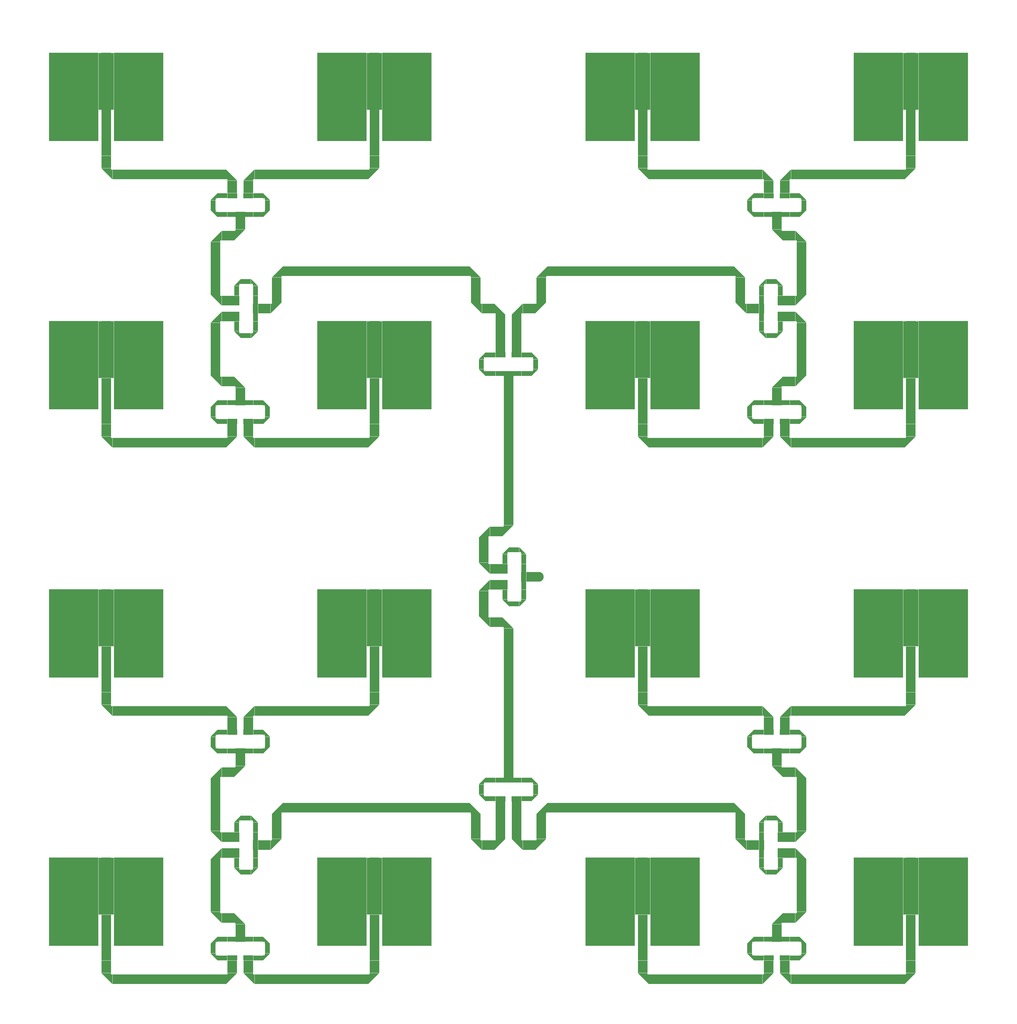
<source format=gbr>
G04 ===== Begin FILE IDENTIFICATION =====*
G04 File Format:  Gerber RS274X*
G04 ===== End FILE IDENTIFICATION =====*
%FSLAX36Y36*%
%MOMM*%
%SFA1.0000B1.0000*%
%OFA0.0B0.0*%
%ADD14R,3.100000X4.000000*%
%ADD15R,3.100000X14.650000*%
%ADD16R,15.800000X9.949000*%
%ADD17R,0.930000X18.231000*%
%ADD18R,3.156600X1.635000*%
%ADD19R,1.635000X3.156600*%
%ADD20R,4.000000X3.100000*%
%ADD21R,1.635000X2.550000*%
%ADD22R,36.352600X3.100000*%
%ADD23R,2.550000X1.635000*%
%ADD24R,3.100000X16.787900*%
%ADD25R,59.627900X3.100000*%
%ADD26C,3.100000*%
%ADD27C,1.500000*%
%ADD28R,3.100000X8.000000*%
%ADD29R,3.100000X12.000000*%
%ADD30R,3.100000X47.627900*%
%LNcond*%
%IPPOS*%
%LPD*%
G75*
D14*
X87210000Y269042800D03*
D15*
X127500000Y286305200D03*
D16*
X137880000Y288655700D03*
G36*
G01X91916600Y261050400D02*
G01Y259415400D01*
G01X94152000Y261650800D01*
G01X92517000D01*
G01Y261050400D01*
G01X91916600D01*
G37*
D16*
X309240200Y288655700D03*
D17*
X296845200Y302745700D03*
G36*
G01X260538900Y271461500D02*
G01Y274561500D01*
G01X257020200Y271042800D01*
G01X260120200D01*
G01Y271461500D01*
G01X260538900D01*
G37*
D18*
X261698500Y266225300D03*
D17*
X211165200Y302745700D03*
D15*
X213180200Y286305200D03*
D14*
Y276980200D03*
G36*
G01X251920200Y271042800D02*
G01X255020200D01*
G01X251501500Y274561500D01*
G01Y271461500D01*
G01X251920200D01*
G01Y271042800D01*
G37*
D19*
X264694700Y263229100D03*
X247345700D03*
G36*
G01X88760000Y265407800D02*
G01Y267042800D01*
G01X85660000D01*
G01Y265407800D01*
G01X88760000D01*
G37*
D18*
X250341900Y260232900D03*
D20*
X259988900Y253446700D03*
G36*
G01X261988900Y251896700D02*
G01Y254996700D01*
G01X265507600Y251478000D01*
G01X262407600D01*
G01Y251896700D01*
G01X261988900D01*
G37*
G36*
G01X89178700Y271461500D02*
G01Y274561500D01*
G01X85660000Y271042800D01*
G01X88760000D01*
G01Y271461500D01*
G01X89178700D01*
G37*
D18*
X254175200Y238845900D03*
D21*
X251179000Y232996400D03*
G36*
G01X248163200Y261650800D02*
G01X246528200D01*
G01X248763600Y259415400D01*
G01Y261050400D01*
G01X248163200D01*
G01Y261650800D01*
G37*
D17*
X215195200Y217065500D03*
D14*
X127500000Y276980200D03*
D16*
X202800200Y202975500D03*
D17*
X211165200Y217065500D03*
G36*
G01X211630200Y226181000D02*
G01Y207950000D01*
G01X214730200D01*
G01Y226181000D01*
G01X211630200D01*
G37*
G36*
G01X317140200Y311861200D02*
G01X301340200D01*
G01Y293630200D01*
G01X317140200D01*
G01Y311861200D01*
G37*
D22*
X233325200Y187331300D03*
D18*
X90338300Y266225300D03*
X250341900D03*
Y194117500D03*
G36*
G01X248763600Y199292400D02*
G01Y200927400D01*
G01X246528200Y198692000D01*
G01X248163200D01*
G01Y199292400D01*
G01X248763600D01*
G37*
G36*
G01X211630200Y311861200D02*
G01Y293630200D01*
G01X214730200D01*
G01Y311861200D01*
G01X211630200D01*
G37*
D18*
X250341900Y200109900D03*
G36*
G01X263877200Y264807400D02*
G01X265512200D01*
G01X263276800Y267042800D01*
G01Y265407800D01*
G01X263877200D01*
G01Y264807400D01*
G37*
D16*
X288480200Y202975500D03*
D14*
X253470200Y191300000D03*
G36*
G01X280580200Y207950000D02*
G01X296380200D01*
G01Y226181000D01*
G01X280580200D01*
G01Y207950000D01*
G37*
D17*
X296845200Y217065500D03*
D14*
X298860200Y276980200D03*
G36*
G01X297310200Y226181000D02*
G01Y207950000D01*
G01X300410200D01*
G01Y226181000D01*
G01X297310200D01*
G37*
D15*
X298860200Y200625000D03*
G36*
G01X296891500Y188881300D02*
G01Y185781300D01*
G01X300410200Y189300000D01*
G01X297310200D01*
G01Y188881300D01*
G01X296891500D01*
G37*
D22*
X278715200Y187331300D03*
G36*
G01X262407600Y234690100D02*
G01X265507600D01*
G01X261988900Y231171400D01*
G01Y234271400D01*
G01X262407600D01*
G01Y234690100D01*
G37*
G36*
G01X257020200Y194935000D02*
G01Y193300000D01*
G01X260120200D01*
G01Y194935000D01*
G01X257020200D01*
G37*
D18*
X261698500Y194117500D03*
Y200109900D03*
D23*
X258845200D03*
D17*
X125485000Y302745700D03*
D16*
X117120000Y288655700D03*
G36*
G01X214730200Y189300000D02*
G01X211630200D01*
G01X215148900Y185781300D01*
G01Y188881300D01*
G01X214730200D01*
G01Y189300000D01*
G37*
D23*
X87485000Y260232900D03*
G36*
G01X257570200Y204927400D02*
G01X254470200D01*
G01X257988900Y208446100D01*
G01Y205346100D01*
G01X257570200D01*
G01Y204927400D01*
G37*
D17*
X300875200Y217065500D03*
D16*
X309240200Y202975500D03*
G36*
G01X260120200Y265407800D02*
G01Y267042800D01*
G01X257020200D01*
G01Y265407800D01*
G01X260120200D01*
G37*
G36*
G01X125531300Y274561500D02*
G01Y271461500D01*
G01X129050000Y274980200D01*
G01X125950000D01*
G01Y274561500D01*
G01X125531300D01*
G37*
D18*
X90338300Y260232900D03*
D17*
X215195200Y302745700D03*
D20*
X259988900Y206896100D03*
G36*
G01X262407600Y208864800D02*
G01X265507600D01*
G01X261988900Y205346100D01*
G01Y208446100D01*
G01X262407600D01*
G01Y208864800D01*
G37*
D24*
X263957600Y217258750D03*
G36*
G01X263276800Y194935000D02*
G01Y193300000D01*
G01X265512200Y195535400D01*
G01X263877200D01*
G01Y194935000D01*
G01X263276800D01*
G37*
G36*
G01X256353900Y226071400D02*
G01X257988900D01*
G01Y229171400D01*
G01X256353900D01*
G01Y226071400D01*
G37*
G36*
G01X255753500Y222314400D02*
G01Y220679400D01*
G01X257988900Y222914800D01*
G01X256353900D01*
G01Y222314400D01*
G01X255753500D01*
G37*
D18*
X254175200Y221496900D03*
G36*
G01X251996500Y222914800D02*
G01X250361500D01*
G01X252596900Y220679400D01*
G01Y222314400D01*
G01X251996500D01*
G01Y222914800D01*
G37*
D21*
X251179000Y227346400D03*
D19*
Y235849700D03*
G36*
G01X251996500Y231721400D02*
G01X250361500D01*
G01Y228621400D01*
G01X251996500D01*
G01Y231721400D01*
G37*
D20*
X248361500Y230171400D03*
G36*
G01X257570200Y199292400D02*
G01Y200927400D01*
G01X254470200D01*
G01Y199292400D01*
G01X257570200D01*
G37*
G36*
G01X245942800Y232140100D02*
G01X242842800D01*
G01X246361500Y228621400D01*
G01Y231721400D01*
G01X245942800D01*
G01Y232140100D01*
G37*
D25*
X212610150Y242108800D03*
D20*
X176858800Y230171400D03*
G36*
G01X174858800Y228621400D02*
G01Y231721400D01*
G01X171340100Y228202700D01*
G01X174440100D01*
G01Y228621400D01*
G01X174858800D01*
G37*
G36*
G01X174440100Y214567700D02*
G01Y216202700D01*
G01X171340100D01*
G01Y214567700D01*
G01X174440100D01*
G37*
G36*
G01X177596700Y210210300D02*
G01Y208575300D01*
G01X179832100Y210810700D01*
G01X178197100D01*
G01Y210210300D01*
G01X177596700D01*
G37*
D18*
X176018400Y209392800D03*
G36*
G01X251920200Y194935000D02*
G01Y193300000D01*
G01X255020200D01*
G01Y194935000D01*
G01X251920200D01*
G37*
D23*
X173165100Y209392800D03*
D26*
X179998800Y144491300D03*
D27*
D03*
D20*
X177998800D03*
G36*
G01X145780000Y140501000D02*
G01X129980000D01*
G01Y122270000D01*
G01X145780000D01*
G01Y140501000D01*
G37*
D16*
X117120000Y117295500D03*
G36*
G01X125950000Y140501000D02*
G01Y122270000D01*
G01X129050000D01*
G01Y140501000D01*
G01X125950000D01*
G37*
G36*
G01X178197100Y213967300D02*
G01X179832100D01*
G01X177596700Y216202700D01*
G01Y214567700D01*
G01X178197100D01*
G01Y213967300D01*
G37*
G36*
G01X263276800Y261050400D02*
G01Y259415400D01*
G01X265512200Y261650800D01*
G01X263877200D01*
G01Y261050400D01*
G01X263276800D01*
G37*
D15*
X127500000Y114945000D03*
D22*
X107355000Y101651300D03*
D14*
X87210000Y97682600D03*
D18*
X90338300Y94865100D03*
D19*
X93334500Y91868900D03*
G36*
G01X91916600Y89690200D02*
G01Y88055200D01*
G01X94152000Y90290600D01*
G01X92517000D01*
G01Y89690200D01*
G01X91916600D01*
G37*
D18*
X90338300Y88872700D03*
D16*
X31440000Y117295500D03*
G36*
G01X23540000Y122270000D02*
G01X39340000D01*
G01Y140501000D01*
G01X23540000D01*
G01Y122270000D01*
G37*
D17*
X39805000Y131385500D03*
X300875200Y302745700D03*
D15*
X41820000Y114945000D03*
D14*
Y105620000D03*
G36*
G01X43370000Y103620000D02*
G01X40270000D01*
G01X43788700Y100101300D01*
G01Y103201300D01*
G01X43370000D01*
G01Y103620000D01*
G37*
D22*
X61965000Y101651300D03*
D14*
X82110000Y97682600D03*
G36*
G01X83660000Y94047600D02*
G01Y95682600D01*
G01X80560000D01*
G01Y94047600D01*
G01X83660000D01*
G37*
D18*
X78981700Y94865100D03*
G36*
G01X77403400Y94047600D02*
G01Y95682600D01*
G01X75168000Y93447200D01*
G01X76803000D01*
G01Y94047600D01*
G01X77403400D01*
G37*
D18*
X78981700Y88872700D03*
D23*
X81835000D03*
X87485000D03*
G36*
G01X125950000Y311861200D02*
G01Y293630200D01*
G01X129050000D01*
G01Y311861200D01*
G01X125950000D01*
G37*
D16*
X288480200Y288655700D03*
G36*
G01X60100000Y140501000D02*
G01X44300000D01*
G01Y122270000D01*
G01X60100000D01*
G01Y140501000D01*
G37*
D14*
X84660000Y86055200D03*
D24*
X76722600Y71723850D03*
G36*
G01X78272600Y63329900D02*
G01X75172600D01*
G01X78691300Y59811200D01*
G01Y62911200D01*
G01X78272600D01*
G01Y63329900D01*
G37*
D19*
X83508800Y64489500D03*
G36*
G01X84926700Y66668200D02*
G01Y68303200D01*
G01X82691300Y66067800D01*
G01X84326300D01*
G01Y66668200D01*
G01X84926700D01*
G37*
D18*
X86505000Y67485700D03*
D19*
X89501200Y64489500D03*
D22*
X107355000Y273011500D03*
D21*
X89501200Y61636200D03*
D16*
X52200000Y31615300D03*
D17*
X43835000Y45705300D03*
G36*
G01X23540000Y36589800D02*
G01X39340000D01*
G01Y54820800D01*
G01X23540000D01*
G01Y36589800D01*
G37*
D17*
X39805000Y45705300D03*
D23*
X253195200Y260232900D03*
G36*
G01X40270000Y54820800D02*
G01Y36589800D01*
G01X43370000D01*
G01Y54820800D01*
G01X40270000D01*
G37*
G36*
G01X43370000Y17939800D02*
G01X40270000D01*
G01X43788700Y14421100D01*
G01Y17521100D01*
G01X43370000D01*
G01Y17939800D01*
G37*
D16*
X137880000Y117295500D03*
D20*
X80691300Y82086500D03*
D22*
X61965000Y15971100D03*
D18*
X78981700Y22757300D03*
G36*
G01X76803000Y24175200D02*
G01X75168000D01*
G01X77403400Y21939800D01*
G01Y23574800D01*
G01X76803000D01*
G01Y24175200D01*
G37*
D19*
X75985500Y25753500D03*
G36*
G01X261988900Y226071400D02*
G01Y229171400D01*
G01X265507600Y225652700D01*
G01X262407600D01*
G01Y226071400D01*
G01X261988900D01*
G37*
G36*
G01X77403400Y27932200D02*
G01Y29567200D01*
G01X75168000Y27331800D01*
G01X76803000D01*
G01Y27932200D01*
G01X77403400D01*
G37*
D20*
X259988900Y232721400D03*
D23*
X81835000Y28749700D03*
G36*
G01X145780000Y54820800D02*
G01X129980000D01*
G01Y36589800D01*
G01X145780000D01*
G01Y54820800D01*
G37*
D19*
X247345700Y197113700D03*
D20*
X80691300Y61361200D03*
D17*
X129515000Y45705300D03*
D16*
X117120000Y31615300D03*
D17*
X125485000Y45705300D03*
D14*
X127500000Y19939800D03*
G36*
G01X125531300Y17521100D02*
G01Y14421100D01*
G01X129050000Y17939800D01*
G01X125950000D01*
G01Y17521100D01*
G01X125531300D01*
G37*
G36*
G01X85660000Y23574800D02*
G01Y21939800D01*
G01X88760000D01*
G01Y23574800D01*
G01X85660000D01*
G37*
G36*
G01X91916600Y23574800D02*
G01Y21939800D01*
G01X94152000Y24175200D01*
G01X92517000D01*
G01Y23574800D01*
G01X91916600D01*
G37*
D18*
X90338300Y28749700D03*
G36*
G01X256353900Y231171400D02*
G01X257988900D01*
G01Y234271400D01*
G01X256353900D01*
G01Y231171400D01*
G37*
G36*
G01X86210000Y27932200D02*
G01Y29567200D01*
G01X83110000D01*
G01Y27932200D01*
G01X86210000D01*
G37*
G36*
G01X83110000Y33567200D02*
G01X86210000D01*
G01X82691300Y37085900D01*
G01Y33985900D01*
G01X83110000D01*
G01Y33567200D01*
G37*
G36*
G01X78272600Y37504600D02*
G01X75172600D01*
G01X78691300Y33985900D01*
G01Y37085900D01*
G01X78272600D01*
G01Y37504600D01*
G37*
D19*
X93334500Y25753500D03*
D24*
X263957600Y243084050D03*
G36*
G01X78691300Y54711200D02*
G01Y57811200D01*
G01X75172600Y54292500D01*
G01X78272600D01*
G01Y54711200D01*
G01X78691300D01*
G37*
G36*
G01X84326300Y57811200D02*
G01X82691300D01*
G01Y54711200D01*
G01X84326300D01*
G01Y57811200D01*
G37*
G36*
G01X84326300Y51554600D02*
G01X82691300D01*
G01X84926700Y49319200D01*
G01Y50954200D01*
G01X84326300D01*
G01Y51554600D01*
G37*
D18*
X86505000Y50136700D03*
D19*
X89501200Y53132900D03*
D20*
X259988900Y227621400D03*
G36*
G01X88683700Y57261200D02*
G01X90318700D01*
G01Y60361200D01*
G01X88683700D01*
G01Y57261200D01*
G37*
G36*
G01X296891500Y274561500D02*
G01Y271461500D01*
G01X300410200Y274980200D01*
G01X297310200D01*
G01Y274561500D01*
G01X296891500D01*
G37*
D14*
X127500000Y105620000D03*
G36*
G01X94318700Y60361200D02*
G01Y57261200D01*
G01X97837400Y60779900D01*
G01X94737400D01*
G01Y60361200D01*
G01X94318700D01*
G37*
D16*
X31440000Y31615300D03*
G36*
G01X158302700Y68779900D02*
G01X161402700D01*
G01X157884000Y72298600D01*
G01Y69198600D01*
G01X158302700D01*
G01Y68779900D01*
G37*
D28*
X159852700Y64779900D03*
G36*
G01X161402700Y60779900D02*
G01X158302700D01*
G01X161821400Y57261200D01*
G01Y60361200D01*
G01X161402700D01*
G01Y60779900D01*
G37*
G36*
G01X88760000Y94047600D02*
G01Y95682600D01*
G01X85660000D01*
G01Y94047600D01*
G01X88760000D01*
G37*
D20*
X163821400Y58811200D03*
D29*
X167790100Y66779900D03*
G36*
G01X162483100Y75015300D02*
G01X160848100D01*
G01X163083500Y72779900D01*
G01Y74414900D01*
G01X162483100D01*
G01Y75015300D01*
G37*
D19*
X161665600Y76593600D03*
D18*
X164661800Y79589800D03*
D23*
X167515100D03*
D16*
X223560200Y31615300D03*
G36*
G01X145780000Y311861200D02*
G01X129980000D01*
G01Y293630200D01*
G01X145780000D01*
G01Y311861200D01*
G37*
G36*
G01X231460200Y54820800D02*
G01X215660200D01*
G01Y36589800D01*
G01X231460200D01*
G01Y54820800D01*
G37*
D17*
X215195200Y45705300D03*
G36*
G01X211630200Y54820800D02*
G01Y36589800D01*
G01X214730200D01*
G01Y54820800D01*
G01X211630200D01*
G37*
D24*
X76722600Y45898550D03*
D14*
X213180200Y19939800D03*
G36*
G01X214730200Y17939800D02*
G01X211630200D01*
G01X215148900Y14421100D01*
G01Y17521100D01*
G01X214730200D01*
G01Y17939800D01*
G37*
D22*
X233325200Y15971100D03*
D14*
X253470200Y19939800D03*
G36*
G01X251920200Y23574800D02*
G01Y21939800D01*
G01X255020200D01*
G01Y23574800D01*
G01X251920200D01*
G37*
D14*
X84660000Y31567200D03*
G36*
G01X248163200Y24175200D02*
G01X246528200D01*
G01X248763600Y21939800D01*
G01Y23574800D01*
G01X248163200D01*
G01Y24175200D01*
G37*
D19*
X247345700Y25753500D03*
D15*
X127500000Y29264800D03*
G36*
G01X182796200Y240558800D02*
G01Y243658800D01*
G01X179277500Y240140100D01*
G01X182377500D01*
G01Y240558800D01*
G01X182796200D01*
G37*
G36*
G01X109220000Y36589800D02*
G01X125020000D01*
G01Y54820800D01*
G01X109220000D01*
G01Y36589800D01*
G37*
G36*
G01X165821400Y60361200D02*
G01Y57261200D01*
G01X169340100Y60779900D01*
G01X166240100D01*
G01Y60361200D01*
G01X165821400D01*
G37*
G36*
G01X248763600Y27932200D02*
G01Y29567200D01*
G01X246528200Y27331800D01*
G01X248163200D01*
G01Y27932200D01*
G01X248763600D01*
G37*
D23*
X253195200Y28749700D03*
G36*
G01X317140200Y54820800D02*
G01X301340200D01*
G01Y36589800D01*
G01X317140200D01*
G01Y54820800D01*
G37*
D16*
X288480200Y31615300D03*
D22*
X107355000Y15971100D03*
G36*
G01X280580200Y36589800D02*
G01X296380200D01*
G01Y54820800D01*
G01X280580200D01*
G01Y36589800D01*
G37*
G36*
G01X88083300Y50954200D02*
G01Y49319200D01*
G01X90318700Y51554600D01*
G01X88683700D01*
G01Y50954200D01*
G01X88083300D01*
G37*
D17*
X296845200Y45705300D03*
D15*
X298860200Y29264800D03*
D14*
Y19939800D03*
G36*
G01X296891500Y17521100D02*
G01Y14421100D01*
G01X300410200Y17939800D01*
G01X297310200D01*
G01Y17521100D01*
G01X296891500D01*
G37*
D16*
X223560200Y202975500D03*
G36*
G01X260120200Y17939800D02*
G01X257020200D01*
G01X260538900Y14421100D01*
G01Y17521100D01*
G01X260120200D01*
G01Y17939800D01*
G37*
G36*
G01X257020200Y23574800D02*
G01Y21939800D01*
G01X260120200D01*
G01Y23574800D01*
G01X257020200D01*
G37*
G36*
G01X263276800Y23574800D02*
G01Y21939800D01*
G01X265512200Y24175200D01*
G01X263877200D01*
G01Y23574800D01*
G01X263276800D01*
G37*
G36*
G01X263877200Y27331800D02*
G01X265512200D01*
G01X263276800Y29567200D01*
G01Y27932200D01*
G01X263877200D01*
G01Y27331800D01*
G37*
D17*
X300875200Y45705300D03*
D21*
X89501200Y55986200D03*
D17*
X129515000Y302745700D03*
D18*
X261698500Y28749700D03*
D23*
X258845200D03*
D14*
X256020200Y31567200D03*
G36*
G01X257570200Y33567200D02*
G01X254470200D01*
G01X257988900Y37085900D01*
G01Y33985900D01*
G01X257570200D01*
G01Y33567200D01*
G37*
D20*
X259988900Y35535900D03*
G36*
G01X262407600Y37504600D02*
G01X265507600D01*
G01X261988900Y33985900D01*
G01Y37085900D01*
G01X262407600D01*
G01Y37504600D01*
G37*
D24*
X263957600Y45898550D03*
G36*
G01X261988900Y54711200D02*
G01Y57811200D01*
G01X265507600Y54292500D01*
G01X262407600D01*
G01Y54711200D01*
G01X261988900D01*
G37*
G36*
G01X256353900Y54711200D02*
G01X257988900D01*
G01Y57811200D01*
G01X256353900D01*
G01Y54711200D01*
G37*
D19*
X257171400Y53132900D03*
G36*
G01X255753500Y50954200D02*
G01Y49319200D01*
G01X257988900Y51554600D01*
G01X256353900D01*
G01Y50954200D01*
G01X255753500D01*
G37*
D18*
X254175200Y50136700D03*
G36*
G01X251996500Y51554600D02*
G01X250361500D01*
G01X252596900Y49319200D01*
G01Y50954200D01*
G01X251996500D01*
G01Y51554600D01*
G37*
D19*
X251179000Y53132900D03*
D16*
X309240200Y117295500D03*
G36*
G01X317140200Y226181000D02*
G01X301340200D01*
G01Y207950000D01*
G01X317140200D01*
G01Y226181000D01*
G37*
D14*
X258570200Y19939800D03*
D16*
X288480200Y117295500D03*
G36*
G01X280580200Y122270000D02*
G01X296380200D01*
G01Y140501000D01*
G01X280580200D01*
G01Y122270000D01*
G37*
D14*
X253470200Y269042800D03*
G36*
G01X251501500Y17521100D02*
G01Y14421100D01*
G01X255020200Y17939800D01*
G01X251920200D01*
G01Y17521100D01*
G01X251501500D01*
G37*
D15*
X298860200Y114945000D03*
G36*
G01X260538900Y100101300D02*
G01Y103201300D01*
G01X257020200Y99682600D01*
G01X260120200D01*
G01Y100101300D01*
G01X260538900D01*
G37*
D14*
X258570200Y97682600D03*
G36*
G01X260120200Y94047600D02*
G01Y95682600D01*
G01X257020200D01*
G01Y94047600D01*
G01X260120200D01*
G37*
G36*
G01X263877200Y93447200D02*
G01X265512200D01*
G01X263276800Y95682600D01*
G01Y94047600D01*
G01X263877200D01*
G01Y93447200D01*
G37*
G36*
G01X92517000Y93447200D02*
G01X94152000D01*
G01X91916600Y95682600D01*
G01Y94047600D01*
G01X92517000D01*
G01Y93447200D01*
G37*
D19*
X264694700Y91868900D03*
G36*
G01X254470200Y261050400D02*
G01Y259415400D01*
G01X257570200D01*
G01Y261050400D01*
G01X254470200D01*
G37*
G36*
G01X263276800Y89690200D02*
G01Y88055200D01*
G01X265512200Y90290600D01*
G01X263877200D01*
G01Y89690200D01*
G01X263276800D01*
G37*
D19*
X93334500Y263229100D03*
D18*
X261698500Y88872700D03*
D23*
X258845200D03*
D16*
X223560200Y117295500D03*
D17*
X215195200Y131385500D03*
G36*
G01X80560000Y23574800D02*
G01Y21939800D01*
G01X83660000D01*
G01Y23574800D01*
G01X80560000D01*
G37*
D16*
X202800200Y117295500D03*
D15*
X213180200Y114945000D03*
G36*
G01X214730200Y103620000D02*
G01X211630200D01*
G01X215148900Y100101300D01*
G01Y103201300D01*
G01X214730200D01*
G01Y103620000D01*
G37*
G36*
G01X60100000Y54820800D02*
G01X44300000D01*
G01Y36589800D01*
G01X60100000D01*
G01Y54820800D01*
G37*
D22*
X233325200Y101651300D03*
D14*
X253470200Y97682600D03*
D18*
X250341900Y94865100D03*
G36*
G01X248763600Y94047600D02*
G01Y95682600D01*
G01X246528200Y93447200D01*
G01X248163200D01*
G01Y94047600D01*
G01X248763600D01*
G37*
G36*
G01X98256100Y69198600D02*
G01Y72298600D01*
G01X94737400Y68779900D01*
G01X97837400D01*
G01Y69198600D01*
G01X98256100D01*
G37*
D19*
X247345700Y91868900D03*
G36*
G01X248763600Y265407800D02*
G01Y267042800D01*
G01X246528200Y264807400D01*
G01X248163200D01*
G01Y265407800D01*
G01X248763600D01*
G37*
G36*
G01X248163200Y90290600D02*
G01X246528200D01*
G01X248763600Y88055200D01*
G01Y89690200D01*
G01X248163200D01*
G01Y90290600D01*
G37*
D16*
X52200000Y117295500D03*
D18*
X250341900Y88872700D03*
G36*
G01X254470200Y89690200D02*
G01Y88055200D01*
G01X257570200D01*
G01Y89690200D01*
G01X254470200D01*
G37*
D14*
X256020200Y86055200D03*
G36*
G01X261988900Y80536500D02*
G01Y83636500D01*
G01X265507600Y80117800D01*
G01X262407600D01*
G01Y80536500D01*
G01X261988900D01*
G37*
D24*
X263957600Y71723850D03*
D15*
X213180200Y29264800D03*
D20*
X259988900Y61361200D03*
G36*
G01X256353900Y59811200D02*
G01X257988900D01*
G01Y62911200D01*
G01X256353900D01*
G01Y59811200D01*
G37*
D14*
X213180200Y105620000D03*
D19*
X257171400Y64489500D03*
G36*
G01X256353900Y66067800D02*
G01X257988900D01*
G01X255753500Y68303200D01*
G01Y66668200D01*
G01X256353900D01*
G01Y66067800D01*
G37*
D19*
X264694700Y197113700D03*
D18*
X254175200Y67485700D03*
G36*
G01X252596900Y66668200D02*
G01Y68303200D01*
G01X250361500Y66067800D01*
G01X251996500D01*
G01Y66668200D01*
G01X252596900D01*
G37*
G36*
G01X211630200Y140501000D02*
G01Y122270000D01*
G01X214730200D01*
G01Y140501000D01*
G01X211630200D01*
G37*
D21*
X251179000Y61636200D03*
G36*
G01X194900200Y36589800D02*
G01X210700200D01*
G01Y54820800D01*
G01X194900200D01*
G01Y36589800D01*
G37*
G36*
G01X251996500Y60361200D02*
G01X250361500D01*
G01Y57261200D01*
G01X251996500D01*
G01Y60361200D01*
G37*
D20*
X248361500Y58811200D03*
D28*
X244392800Y64779900D03*
D19*
X251179000Y64489500D03*
D16*
X202800200Y31615300D03*
D19*
X257171400Y235849700D03*
D22*
X278715200Y15971100D03*
G36*
G01X84326300Y62911200D02*
G01X82691300D01*
G01Y59811200D01*
G01X84326300D01*
G01Y62911200D01*
G37*
D25*
X212610150Y70748600D03*
D23*
X87485000Y28749700D03*
G36*
G01X296891500Y103201300D02*
G01Y100101300D01*
G01X300410200Y103620000D01*
G01X297310200D01*
G01Y103201300D01*
G01X296891500D01*
G37*
G36*
G01X194900200Y293630200D02*
G01X210700200D01*
G01Y311861200D01*
G01X194900200D01*
G01Y293630200D01*
G37*
G36*
G01X182796200Y69198600D02*
G01Y72298600D01*
G01X179277500Y68779900D01*
G01X182377500D01*
G01Y69198600D01*
G01X182796200D01*
G37*
G36*
G01X178858800Y60361200D02*
G01Y57261200D01*
G01X182377500Y60779900D01*
G01X179277500D01*
G01Y60361200D01*
G01X178858800D01*
G37*
D29*
X172890100Y66779900D03*
G36*
G01X171340100Y74414900D02*
G01Y72779900D01*
G01X174440100D01*
G01Y74414900D01*
G01X171340100D01*
G37*
G36*
G01X177596700Y74414900D02*
G01Y72779900D01*
G01X179832100Y75015300D01*
G01X178197100D01*
G01Y74414900D01*
G01X177596700D01*
G37*
D17*
X296845200Y131385500D03*
G36*
G01X163083500Y78772300D02*
G01Y80407300D01*
G01X160848100Y78171900D01*
G01X162483100D01*
G01Y78772300D01*
G01X163083500D01*
G37*
D16*
X202800200Y288655700D03*
D19*
X179014600Y76593600D03*
G36*
G01X231460200Y140501000D02*
G01X215660200D01*
G01Y122270000D01*
G01X231460200D01*
G01Y140501000D01*
G37*
D18*
X176018400Y79589800D03*
G36*
G01X242842800Y68779900D02*
G01X245942800D01*
G01X242424100Y72298600D01*
G01Y69198600D01*
G01X242842800D01*
G01Y68779900D01*
G37*
D23*
X173165100Y79589800D03*
G36*
G01X171890100Y78772300D02*
G01Y80407300D01*
G01X168790100D01*
G01Y78772300D01*
G01X171890100D01*
G37*
G36*
G01X168371400Y128453900D02*
G01Y131553900D01*
G01X171890100Y128035200D01*
G01X168790100D01*
G01Y128453900D01*
G01X168371400D01*
G37*
D20*
X166371400Y130003900D03*
G36*
G01X164371400Y131553900D02*
G01Y128453900D01*
G01X160852700Y131972600D01*
G01X163952700D01*
G01Y131553900D01*
G01X164371400D01*
G37*
G36*
G01X262407600Y63329900D02*
G01X265507600D01*
G01X261988900Y59811200D01*
G01Y62911200D01*
G01X262407600D01*
G01Y63329900D01*
G37*
D28*
X162402700Y135972600D03*
D14*
X82110000Y19939800D03*
D16*
X309240200Y31615300D03*
D22*
X278715200Y101651300D03*
G36*
G01X163952700Y139972600D02*
G01X160852700D01*
G01X164371400Y143491300D01*
G01Y140391300D01*
G01X163952700D01*
G01Y139972600D01*
G37*
D20*
X166371400Y141941300D03*
G36*
G01X170006400Y143491300D02*
G01X168371400D01*
G01Y140391300D01*
G01X170006400D01*
G01Y143491300D01*
G37*
D19*
X169188900Y138813000D03*
G36*
G01X170006400Y137234700D02*
G01X168371400D01*
G01X170606800Y134999300D01*
G01Y136634300D01*
G01X170006400D01*
G01Y137234700D01*
G37*
G36*
G01X78691300Y80536500D02*
G01Y83636500D01*
G01X75172600Y80117800D01*
G01X78272600D01*
G01Y80536500D01*
G01X78691300D01*
G37*
D18*
X90338300Y22757300D03*
X172185100Y135816800D03*
X261698500Y260232900D03*
D19*
X175181300Y138813000D03*
D21*
Y141666300D03*
D20*
X176858800Y58811200D03*
X80691300Y56261200D03*
D21*
X175181300Y147316300D03*
G36*
G01X248163200Y195535400D02*
G01X246528200D01*
G01X248763600Y193300000D01*
G01Y194935000D01*
G01X248163200D01*
G01Y195535400D01*
G37*
G36*
G01X194900200Y122270000D02*
G01X210700200D01*
G01Y140501000D01*
G01X194900200D01*
G01Y122270000D01*
G37*
D15*
X213180200Y200625000D03*
D16*
X137880000Y31615300D03*
D18*
X172185100Y153165800D03*
G36*
G01X170606800Y152348300D02*
G01Y153983300D01*
G01X168371400Y151747900D01*
G01X170006400D01*
G01Y152348300D01*
G01X170606800D01*
G37*
G36*
G01X174363800Y142941300D02*
G01X175998800D01*
G01Y146041300D01*
G01X174363800D01*
G01Y142941300D01*
G37*
D19*
X169188900Y150169600D03*
G36*
G01X170006400Y148591300D02*
G01X168371400D01*
G01Y145491300D01*
G01X170006400D01*
G01Y148591300D01*
G37*
D22*
X278715200Y273011500D03*
G36*
G01X242842800Y240140100D02*
G01X245942800D01*
G01X242424100Y243658800D01*
G01Y240558800D01*
G01X242842800D01*
G01Y240140100D01*
G37*
D20*
X166371400Y147041300D03*
G36*
G01X178197100Y78171900D02*
G01X179832100D01*
G01X177596700Y80407300D01*
G01Y78772300D01*
G01X178197100D01*
G01Y78171900D01*
G37*
G36*
G01X109220000Y122270000D02*
G01X125020000D01*
G01Y140501000D01*
G01X109220000D01*
G01Y122270000D01*
G37*
D30*
X170340100Y104221250D03*
G36*
G01X163952700Y149010000D02*
G01X160852700D01*
G01X164371400Y145491300D01*
G01Y148591300D01*
G01X163952700D01*
G01Y149010000D01*
G37*
D14*
X298860200Y191300000D03*
D28*
X162402700Y153010000D03*
D18*
X250341900Y22757300D03*
G36*
G01X173763400Y136634300D02*
G01Y134999300D01*
G01X175998800Y137234700D01*
G01X174363800D01*
G01Y136634300D01*
G01X173763400D01*
G37*
D20*
X166371400Y158978700D03*
G36*
G01X168371400Y160528700D02*
G01Y157428700D01*
G01X171890100Y160947400D01*
G01X168790100D01*
G01Y160528700D01*
G01X168371400D01*
G37*
D19*
X264694700Y25753500D03*
D30*
X170340100Y184761350D03*
G36*
G01X168790100Y210210300D02*
G01Y208575300D01*
G01X171890100D01*
G01Y210210300D01*
G01X168790100D01*
G37*
D18*
X164661800Y209392800D03*
D23*
X253195200Y88872700D03*
G36*
G01X162483100Y210810700D02*
G01X160848100D01*
G01X163083500Y208575300D01*
G01Y210210300D01*
G01X162483100D01*
G01Y210810700D01*
G37*
D23*
X258845200Y260232900D03*
G36*
G01X163083500Y214567700D02*
G01Y216202700D01*
G01X160848100Y213967300D01*
G01X162483100D01*
G01Y214567700D01*
G01X163083500D01*
G37*
D18*
X164661800Y215385200D03*
G36*
G01X169340100Y214567700D02*
G01Y216202700D01*
G01X166240100D01*
G01Y214567700D01*
G01X169340100D01*
G37*
D29*
X167790100Y222202700D03*
D17*
X211165200Y131385500D03*
G36*
G01X166240100Y228202700D02*
G01X169340100D01*
G01X165821400Y231721400D01*
G01Y228621400D01*
G01X166240100D01*
G01Y228202700D01*
G37*
D20*
X259988900Y82086500D03*
G36*
G01X252596900Y238028400D02*
G01Y239663400D01*
G01X250361500Y237428000D01*
G01X251996500D01*
G01Y238028400D01*
G01X252596900D01*
G37*
D20*
X163821400Y230171400D03*
D17*
X300875200Y131385500D03*
D28*
X159852700Y236140100D03*
G36*
G01X158302700Y240140100D02*
G01X161402700D01*
G01X157884000Y243658800D01*
G01Y240558800D01*
G01X158302700D01*
G01Y240140100D01*
G37*
D14*
X258570200Y269042800D03*
D25*
X128070050Y242108800D03*
D23*
X253195200Y200109900D03*
G36*
G01X98256100Y240558800D02*
G01Y243658800D01*
G01X94737400Y240140100D01*
G01X97837400D01*
G01Y240558800D01*
G01X98256100D01*
G37*
G36*
G01X166240100Y74414900D02*
G01Y72779900D01*
G01X169340100D01*
G01Y74414900D01*
G01X166240100D01*
G37*
D16*
X223560200Y288655700D03*
D28*
X96287400Y236140100D03*
G36*
G01X94318700Y231721400D02*
G01Y228621400D01*
G01X97837400Y232140100D01*
G01X94737400D01*
G01Y231721400D01*
G01X94318700D01*
G37*
D20*
X92318700Y230171400D03*
D16*
X52200000Y202975500D03*
G36*
G01X214730200Y274980200D02*
G01X211630200D01*
G01X215148900Y271461500D01*
G01Y274561500D01*
G01X214730200D01*
G01Y274980200D01*
G37*
D17*
X43835000Y217065500D03*
D21*
X251179000Y55986200D03*
G36*
G01X257988900Y254996700D02*
G01Y251896700D01*
G01X254470200Y255415400D01*
G01X257570200D01*
G01Y254996700D01*
G01X257988900D01*
G37*
G36*
G01X255020200Y265407800D02*
G01Y267042800D01*
G01X251920200D01*
G01Y265407800D01*
G01X255020200D01*
G37*
G36*
G01X260120200Y189300000D02*
G01X257020200D01*
G01X260538900Y185781300D01*
G01Y188881300D01*
G01X260120200D01*
G01Y189300000D01*
G37*
G36*
G01X256353900Y237428000D02*
G01X257988900D01*
G01X255753500Y239663400D01*
G01Y238028400D01*
G01X256353900D01*
G01Y237428000D01*
G37*
G36*
G01X194900200Y207950000D02*
G01X210700200D01*
G01Y226181000D01*
G01X194900200D01*
G01Y207950000D01*
G37*
D16*
X31440000Y202975500D03*
G36*
G01X297310200Y311861200D02*
G01Y293630200D01*
G01X300410200D01*
G01Y311861200D01*
G01X297310200D01*
G37*
G36*
G01X23540000Y207950000D02*
G01X39340000D01*
G01Y226181000D01*
G01X23540000D01*
G01Y207950000D01*
G37*
D17*
X39805000Y217065500D03*
G36*
G01X257988900Y83636500D02*
G01Y80536500D01*
G01X254470200Y84055200D01*
G01X257570200D01*
G01Y83636500D01*
G01X257988900D01*
G37*
G36*
G01X88683700Y66067800D02*
G01X90318700D01*
G01X88083300Y68303200D01*
G01Y66668200D01*
G01X88683700D01*
G01Y66067800D01*
G37*
D28*
X96287400Y64779900D03*
G36*
G01X76803000Y90290600D02*
G01X75168000D01*
G01X77403400Y88055200D01*
G01Y89690200D01*
G01X76803000D01*
G01Y90290600D01*
G37*
D15*
X41820000Y200625000D03*
D18*
X261698500Y22757300D03*
D14*
X41820000Y191300000D03*
G36*
G01X164371400Y157428700D02*
G01Y160528700D01*
G01X160852700Y157010000D01*
G01X163952700D01*
G01Y157428700D01*
G01X164371400D01*
G37*
G36*
G01X297310200Y140501000D02*
G01Y122270000D01*
G01X300410200D01*
G01Y140501000D01*
G01X297310200D01*
G37*
G36*
G01X43370000Y189300000D02*
G01X40270000D01*
G01X43788700Y185781300D01*
G01Y188881300D01*
G01X43370000D01*
G01Y189300000D01*
G37*
D22*
X61965000Y187331300D03*
G36*
G01X80141300Y188881300D02*
G01Y185781300D01*
G01X83660000Y189300000D01*
G01X80560000D01*
G01Y188881300D01*
G01X80141300D01*
G37*
G36*
G01X40270000Y226181000D02*
G01Y207950000D01*
G01X43370000D01*
G01Y226181000D01*
G01X40270000D01*
G37*
D18*
X164661800Y73597400D03*
D14*
X82110000Y191300000D03*
D18*
X78981700Y194117500D03*
G36*
G01X76803000Y195535400D02*
G01X75168000D01*
G01X77403400Y193300000D01*
G01Y194935000D01*
G01X76803000D01*
G01Y195535400D01*
G37*
G36*
G01X245942800Y60779900D02*
G01X242842800D01*
G01X246361500Y57261200D01*
G01Y60361200D01*
G01X245942800D01*
G01Y60779900D01*
G37*
G36*
G01X109220000Y293630200D02*
G01X125020000D01*
G01Y311861200D01*
G01X109220000D01*
G01Y293630200D01*
G37*
G36*
G01X174440100Y60779900D02*
G01X171340100D01*
G01X174858800Y57261200D01*
G01Y60361200D01*
G01X174440100D01*
G01Y60779900D01*
G37*
D19*
X75985500Y197113700D03*
D18*
X78981700Y200109900D03*
G36*
G01X255020200Y94047600D02*
G01Y95682600D01*
G01X251920200D01*
G01Y94047600D01*
G01X255020200D01*
G37*
D16*
X137880000Y202975500D03*
G36*
G01X317140200Y140501000D02*
G01X301340200D01*
G01Y122270000D01*
G01X317140200D01*
G01Y140501000D01*
G37*
D19*
X161665600Y212389000D03*
D17*
X125485000Y131385500D03*
G36*
G01X145780000Y226181000D02*
G01X129980000D01*
G01Y207950000D01*
G01X145780000D01*
G01Y226181000D01*
G37*
D17*
X129515000Y217065500D03*
D22*
X233325200Y273011500D03*
D29*
X172890100Y222202700D03*
D15*
X41820000Y29264800D03*
D23*
X81835000Y200109900D03*
G36*
G01X80141300Y17521100D02*
G01Y14421100D01*
G01X83660000Y17939800D01*
G01X80560000D01*
G01Y17521100D01*
G01X80141300D01*
G37*
D19*
X257171400Y224493100D03*
G36*
G01X40270000Y140501000D02*
G01Y122270000D01*
G01X43370000D01*
G01Y140501000D01*
G01X40270000D01*
G37*
D19*
X175181300Y150169600D03*
G36*
G01X109220000Y207950000D02*
G01X125020000D01*
G01Y226181000D01*
G01X109220000D01*
G01Y207950000D01*
G37*
G36*
G01X251501500Y188881300D02*
G01Y185781300D01*
G01X255020200Y189300000D01*
G01X251920200D01*
G01Y188881300D01*
G01X251501500D01*
G37*
D19*
X75985500Y91868900D03*
D17*
X125485000Y217065500D03*
G36*
G01X125531300Y103201300D02*
G01Y100101300D01*
G01X129050000Y103620000D01*
G01X125950000D01*
G01Y103201300D01*
G01X125531300D01*
G37*
G36*
G01X83110000Y89690200D02*
G01Y88055200D01*
G01X86210000D01*
G01Y89690200D01*
G01X83110000D01*
G37*
G36*
G01X125950000Y226181000D02*
G01Y207950000D01*
G01X129050000D01*
G01Y226181000D01*
G01X125950000D01*
G37*
D17*
X129515000Y131385500D03*
G36*
G01X80560000Y99682600D02*
G01X83660000D01*
G01X80141300Y103201300D01*
G01Y100101300D01*
G01X80560000D01*
G01Y99682600D01*
G37*
D15*
X127500000Y200625000D03*
D14*
Y191300000D03*
D19*
X83508800Y53132900D03*
G36*
G01X251920200Y99682600D02*
G01X255020200D01*
G01X251501500Y103201300D01*
G01Y100101300D01*
G01X251920200D01*
G01Y99682600D01*
G37*
D19*
X251179000Y224493100D03*
G36*
G01X161402700Y232140100D02*
G01X158302700D01*
G01X161821400Y228621400D01*
G01Y231721400D01*
G01X161402700D01*
G01Y232140100D01*
G37*
G36*
G01X280580200Y293630200D02*
G01X296380200D01*
G01Y311861200D01*
G01X280580200D01*
G01Y293630200D01*
G37*
D16*
X117120000Y202975500D03*
D19*
X179014600Y212389000D03*
G36*
G01X125531300Y188881300D02*
G01Y185781300D01*
G01X129050000Y189300000D01*
G01X125950000D01*
G01Y188881300D01*
G01X125531300D01*
G37*
G36*
G01X125950000Y54820800D02*
G01Y36589800D01*
G01X129050000D01*
G01Y54820800D01*
G01X125950000D01*
G37*
D28*
X244392800Y236140100D03*
D14*
X258570200Y191300000D03*
D22*
X107355000Y187331300D03*
D14*
X256020200Y202927400D03*
D25*
X128070050Y70748600D03*
G36*
G01X88760000Y189300000D02*
G01X85660000D01*
G01X89178700Y185781300D01*
G01Y188881300D01*
G01X88760000D01*
G01Y189300000D01*
G37*
G36*
G01X85660000Y194935000D02*
G01Y193300000D01*
G01X88760000D01*
G01Y194935000D01*
G01X85660000D01*
G37*
D18*
X90338300Y194117500D03*
G36*
G01X91916600Y194935000D02*
G01Y193300000D01*
G01X94152000Y195535400D01*
G01X92517000D01*
G01Y194935000D01*
G01X91916600D01*
G37*
D19*
X93334500Y197113700D03*
G36*
G01X92517000Y198692000D02*
G01X94152000D01*
G01X91916600Y200927400D01*
G01Y199292400D01*
G01X92517000D01*
G01Y198692000D01*
G37*
D14*
X298860200Y105620000D03*
D18*
X90338300Y200109900D03*
G36*
G01X80560000Y194935000D02*
G01Y193300000D01*
G01X83660000D01*
G01Y194935000D01*
G01X80560000D01*
G37*
G36*
G01X174363800Y151747900D02*
G01X175998800D01*
G01X173763400Y153983300D01*
G01Y152348300D01*
G01X174363800D01*
G01Y151747900D01*
G37*
G36*
G01X77403400Y199292400D02*
G01Y200927400D01*
G01X75168000Y198692000D01*
G01X76803000D01*
G01Y199292400D01*
G01X77403400D01*
G37*
D23*
X87485000Y200109900D03*
G36*
G01X86210000Y199292400D02*
G01Y200927400D01*
G01X83110000D01*
G01Y199292400D01*
G01X86210000D01*
G37*
G36*
G01X92517000Y264807400D02*
G01X94152000D01*
G01X91916600Y267042800D01*
G01Y265407800D01*
G01X92517000D01*
G01Y264807400D01*
G37*
D14*
X84660000Y202927400D03*
G36*
G01X83110000Y204927400D02*
G01X86210000D01*
G01X82691300Y208446100D01*
G01Y205346100D01*
G01X83110000D01*
G01Y204927400D01*
G37*
D15*
X298860200Y286305200D03*
D20*
X80691300Y206896100D03*
G36*
G01X88760000Y17939800D02*
G01X85660000D01*
G01X89178700Y14421100D01*
G01Y17521100D01*
G01X88760000D01*
G01Y17939800D01*
G37*
D28*
X180827500Y236140100D03*
D14*
X256020200Y257415400D03*
G36*
G01X78272600Y208864800D02*
G01X75172600D01*
G01X78691300Y205346100D01*
G01Y208446100D01*
G01X78272600D01*
G01Y208864800D01*
G37*
D24*
X76722600Y217258750D03*
G36*
G01X78691300Y226071400D02*
G01Y229171400D01*
G01X75172600Y225652700D01*
G01X78272600D01*
G01Y226071400D01*
G01X78691300D01*
G37*
G36*
G01X92517000Y27331800D02*
G01X94152000D01*
G01X91916600Y29567200D01*
G01Y27932200D01*
G01X92517000D01*
G01Y27331800D01*
G37*
D17*
X43835000Y131385500D03*
D20*
X80691300Y227621400D03*
G36*
G01X297310200Y54820800D02*
G01Y36589800D01*
G01X300410200D01*
G01Y54820800D01*
G01X297310200D01*
G37*
D18*
X261698500Y94865100D03*
G36*
G01X84326300Y229171400D02*
G01X82691300D01*
G01Y226071400D01*
G01X84326300D01*
G01Y229171400D01*
G37*
D14*
X41820000Y19939800D03*
D20*
X259988900Y56261200D03*
G36*
G01X60100000Y226181000D02*
G01X44300000D01*
G01Y207950000D01*
G01X60100000D01*
G01Y226181000D01*
G37*
D19*
X83508800Y224493100D03*
D14*
X87210000Y191300000D03*
D17*
X211165200Y45705300D03*
G36*
G01X84326300Y222914800D02*
G01X82691300D01*
G01X84926700Y220679400D01*
G01Y222314400D01*
G01X84326300D01*
G01Y222914800D01*
G37*
D18*
X86505000Y221496900D03*
D14*
X213180200Y191300000D03*
D18*
X176018400Y73597400D03*
G36*
G01X88083300Y222314400D02*
G01Y220679400D01*
G01X90318700Y222914800D01*
G01X88683700D01*
G01Y222314400D01*
G01X88083300D01*
G37*
G36*
G01X231460200Y226181000D02*
G01X215660200D01*
G01Y207950000D01*
G01X231460200D01*
G01Y226181000D01*
G37*
D19*
X89501200Y224493100D03*
D21*
Y227346400D03*
G36*
G01X88683700Y228621400D02*
G01X90318700D01*
G01Y231721400D01*
G01X88683700D01*
G01Y228621400D01*
G37*
D21*
X89501200Y232996400D03*
G36*
G01X88683700Y237428000D02*
G01X90318700D01*
G01X88083300Y239663400D01*
G01Y238028400D01*
G01X88683700D01*
G01Y237428000D01*
G37*
D18*
X86505000Y238845900D03*
G36*
G01X84926700Y238028400D02*
G01Y239663400D01*
G01X82691300Y237428000D01*
G01X84326300D01*
G01Y238028400D01*
G01X84926700D01*
G37*
G36*
G01X257570200Y27932200D02*
G01Y29567200D01*
G01X254470200D01*
G01Y27932200D01*
G01X257570200D01*
G37*
D28*
X180827500Y64779900D03*
D19*
X83508800Y235849700D03*
G36*
G01X84326300Y234271400D02*
G01X82691300D01*
G01Y231171400D01*
G01X84326300D01*
G01Y234271400D01*
G37*
D20*
X80691300Y232721400D03*
G36*
G01X78272600Y234690100D02*
G01X75172600D01*
G01X78691300Y231171400D01*
G01Y234271400D01*
G01X78272600D01*
G01Y234690100D01*
G37*
D24*
X76722600Y243084050D03*
D18*
X250341900Y28749700D03*
X78981700D03*
G36*
G01X78691300Y251896700D02*
G01Y254996700D01*
G01X75172600Y251478000D01*
G01X78272600D01*
G01Y251896700D01*
G01X78691300D01*
G37*
D20*
X92318700Y58811200D03*
X80691300Y253446700D03*
G36*
G01X82691300Y254996700D02*
G01Y251896700D01*
G01X86210000Y255415400D01*
G01X83110000D01*
G01Y254996700D01*
G01X82691300D01*
G37*
D14*
X84660000Y257415400D03*
G36*
G01X83110000Y261050400D02*
G01Y259415400D01*
G01X86210000D01*
G01Y261050400D01*
G01X83110000D01*
G37*
D23*
X81835000Y260232900D03*
D18*
X78981700D03*
D14*
X87210000Y19939800D03*
G36*
G01X76803000Y261650800D02*
G01X75168000D01*
G01X77403400Y259415400D01*
G01Y261050400D01*
G01X76803000D01*
G01Y261650800D01*
G37*
G36*
G01X89178700Y100101300D02*
G01Y103201300D01*
G01X85660000Y99682600D01*
G01X88760000D01*
G01Y100101300D01*
G01X89178700D01*
G37*
D19*
X75985500Y263229100D03*
D16*
X52200000Y288655700D03*
G36*
G01X60100000Y311861200D02*
G01X44300000D01*
G01Y293630200D01*
G01X60100000D01*
G01Y311861200D01*
G37*
D17*
X43835000Y302745700D03*
G36*
G01X82691300Y83636500D02*
G01Y80536500D01*
G01X86210000Y84055200D01*
G01X83110000D01*
G01Y83636500D01*
G01X82691300D01*
G37*
D16*
X31440000Y288655700D03*
D18*
X176018400Y215385200D03*
G36*
G01X23540000Y293630200D02*
G01X39340000D01*
G01Y311861200D01*
G01X23540000D01*
G01Y293630200D01*
G37*
D17*
X39805000Y302745700D03*
G36*
G01X40270000Y311861200D02*
G01Y293630200D01*
G01X43370000D01*
G01Y311861200D01*
G01X40270000D01*
G37*
D19*
X89501200Y235849700D03*
D15*
X41820000Y286305200D03*
D23*
X167515100Y209392800D03*
D14*
X41820000Y276980200D03*
D20*
X80691300Y35535900D03*
G36*
G01X43370000Y274980200D02*
G01X40270000D01*
G01X43788700Y271461500D01*
G01Y274561500D01*
G01X43370000D01*
G01Y274980200D01*
G37*
G36*
G01X80560000Y271042800D02*
G01X83660000D01*
G01X80141300Y274561500D01*
G01Y271461500D01*
G01X80560000D01*
G01Y271042800D01*
G37*
D14*
X82110000Y269042800D03*
G36*
G01X263877200Y198692000D02*
G01X265512200D01*
G01X263276800Y200927400D01*
G01Y199292400D01*
G01X263877200D01*
G01Y198692000D01*
G37*
G36*
G01X83660000Y265407800D02*
G01Y267042800D01*
G01X80560000D01*
G01Y265407800D01*
G01X83660000D01*
G37*
G36*
G01X178858800Y231721400D02*
G01Y228621400D01*
G01X182377500Y232140100D01*
G01X179277500D01*
G01Y231721400D01*
G01X178858800D01*
G37*
G36*
G01X231460200Y311861200D02*
G01X215660200D01*
G01Y293630200D01*
G01X231460200D01*
G01Y311861200D01*
G37*
D22*
X61965000Y273011500D03*
D18*
X78981700Y266225300D03*
G36*
G01X77403400Y265407800D02*
G01Y267042800D01*
G01X75168000Y264807400D01*
G01X76803000D01*
G01Y265407800D01*
G01X77403400D01*
G37*
M02*


</source>
